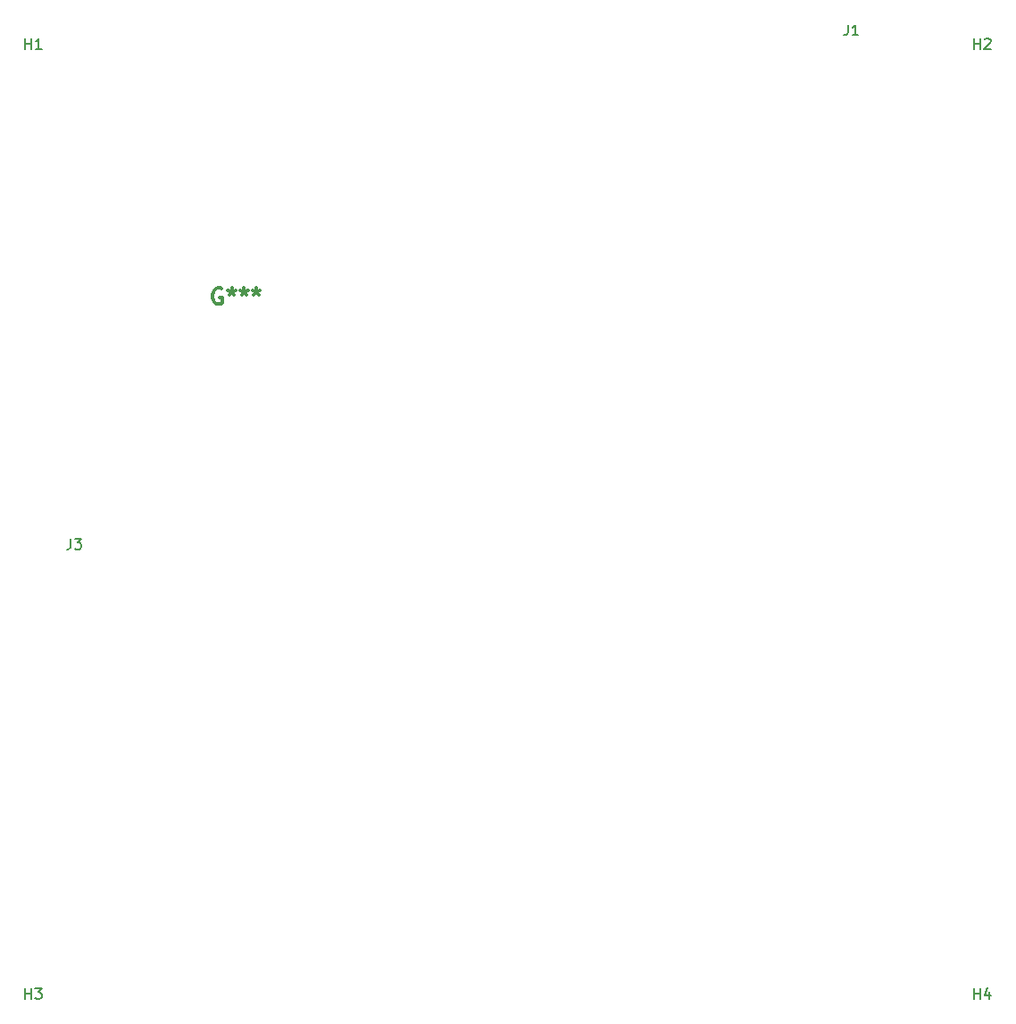
<source format=gbr>
%TF.GenerationSoftware,KiCad,Pcbnew,(6.99.0-961-gbc7742cb2e-dirty)*%
%TF.CreationDate,2022-02-17T15:33:52+00:00*%
%TF.ProjectId,68030_Breakout,36383033-305f-4427-9265-616b6f75742e,rev?*%
%TF.SameCoordinates,Original*%
%TF.FileFunction,OtherDrawing,Comment*%
%FSLAX46Y46*%
G04 Gerber Fmt 4.6, Leading zero omitted, Abs format (unit mm)*
G04 Created by KiCad (PCBNEW (6.99.0-961-gbc7742cb2e-dirty)) date 2022-02-17 15:33:52*
%MOMM*%
%LPD*%
G01*
G04 APERTURE LIST*
%ADD10C,0.300000*%
%ADD11C,0.150000*%
G04 APERTURE END LIST*
D10*
%TO.C,G\u002A\u002A\u002A*%
X122907428Y-73988000D02*
X122762286Y-73915428D01*
X122762286Y-73915428D02*
X122544571Y-73915428D01*
X122544571Y-73915428D02*
X122326857Y-73988000D01*
X122326857Y-73988000D02*
X122181714Y-74133142D01*
X122181714Y-74133142D02*
X122109143Y-74278285D01*
X122109143Y-74278285D02*
X122036571Y-74568571D01*
X122036571Y-74568571D02*
X122036571Y-74786285D01*
X122036571Y-74786285D02*
X122109143Y-75076571D01*
X122109143Y-75076571D02*
X122181714Y-75221714D01*
X122181714Y-75221714D02*
X122326857Y-75366857D01*
X122326857Y-75366857D02*
X122544571Y-75439428D01*
X122544571Y-75439428D02*
X122689714Y-75439428D01*
X122689714Y-75439428D02*
X122907428Y-75366857D01*
X122907428Y-75366857D02*
X122980000Y-75294285D01*
X122980000Y-75294285D02*
X122980000Y-74786285D01*
X122980000Y-74786285D02*
X122689714Y-74786285D01*
X123850857Y-73915428D02*
X123850857Y-74278285D01*
X123488000Y-74133142D02*
X123850857Y-74278285D01*
X123850857Y-74278285D02*
X124213714Y-74133142D01*
X123633143Y-74568571D02*
X123850857Y-74278285D01*
X123850857Y-74278285D02*
X124068571Y-74568571D01*
X125012000Y-73915428D02*
X125012000Y-74278285D01*
X124649143Y-74133142D02*
X125012000Y-74278285D01*
X125012000Y-74278285D02*
X125374857Y-74133142D01*
X124794286Y-74568571D02*
X125012000Y-74278285D01*
X125012000Y-74278285D02*
X125229714Y-74568571D01*
X126173143Y-73915428D02*
X126173143Y-74278285D01*
X125810286Y-74133142D02*
X126173143Y-74278285D01*
X126173143Y-74278285D02*
X126536000Y-74133142D01*
X125955429Y-74568571D02*
X126173143Y-74278285D01*
X126173143Y-74278285D02*
X126390857Y-74568571D01*
D11*
%TO.C,H4*%
X194238095Y-141252380D02*
X194238095Y-140252380D01*
X194238095Y-140728571D02*
X194809523Y-140728571D01*
X194809523Y-141252380D02*
X194809523Y-140252380D01*
X195714285Y-140585714D02*
X195714285Y-141252380D01*
X195476190Y-140204761D02*
X195238095Y-140919047D01*
X195238095Y-140919047D02*
X195857142Y-140919047D01*
%TO.C,H2*%
X194238095Y-51252380D02*
X194238095Y-50252380D01*
X194238095Y-50728571D02*
X194809523Y-50728571D01*
X194809523Y-51252380D02*
X194809523Y-50252380D01*
X195238095Y-50347619D02*
X195285714Y-50300000D01*
X195285714Y-50300000D02*
X195380952Y-50252380D01*
X195380952Y-50252380D02*
X195619047Y-50252380D01*
X195619047Y-50252380D02*
X195714285Y-50300000D01*
X195714285Y-50300000D02*
X195761904Y-50347619D01*
X195761904Y-50347619D02*
X195809523Y-50442857D01*
X195809523Y-50442857D02*
X195809523Y-50538095D01*
X195809523Y-50538095D02*
X195761904Y-50680952D01*
X195761904Y-50680952D02*
X195190476Y-51252380D01*
X195190476Y-51252380D02*
X195809523Y-51252380D01*
%TO.C,J1*%
X182261666Y-48952380D02*
X182261666Y-49666666D01*
X182261666Y-49666666D02*
X182214047Y-49809523D01*
X182214047Y-49809523D02*
X182118809Y-49904761D01*
X182118809Y-49904761D02*
X181975952Y-49952380D01*
X181975952Y-49952380D02*
X181880714Y-49952380D01*
X183261666Y-49952380D02*
X182690238Y-49952380D01*
X182975952Y-49952380D02*
X182975952Y-48952380D01*
X182975952Y-48952380D02*
X182880714Y-49095238D01*
X182880714Y-49095238D02*
X182785476Y-49190476D01*
X182785476Y-49190476D02*
X182690238Y-49238095D01*
%TO.C,J3*%
X108566666Y-97652380D02*
X108566666Y-98366666D01*
X108566666Y-98366666D02*
X108519047Y-98509523D01*
X108519047Y-98509523D02*
X108423809Y-98604761D01*
X108423809Y-98604761D02*
X108280952Y-98652380D01*
X108280952Y-98652380D02*
X108185714Y-98652380D01*
X108947619Y-97652380D02*
X109566666Y-97652380D01*
X109566666Y-97652380D02*
X109233333Y-98033333D01*
X109233333Y-98033333D02*
X109376190Y-98033333D01*
X109376190Y-98033333D02*
X109471428Y-98080952D01*
X109471428Y-98080952D02*
X109519047Y-98128571D01*
X109519047Y-98128571D02*
X109566666Y-98223809D01*
X109566666Y-98223809D02*
X109566666Y-98461904D01*
X109566666Y-98461904D02*
X109519047Y-98557142D01*
X109519047Y-98557142D02*
X109471428Y-98604761D01*
X109471428Y-98604761D02*
X109376190Y-98652380D01*
X109376190Y-98652380D02*
X109090476Y-98652380D01*
X109090476Y-98652380D02*
X108995238Y-98604761D01*
X108995238Y-98604761D02*
X108947619Y-98557142D01*
%TO.C,H3*%
X104238095Y-141252380D02*
X104238095Y-140252380D01*
X104238095Y-140728571D02*
X104809523Y-140728571D01*
X104809523Y-141252380D02*
X104809523Y-140252380D01*
X105190476Y-140252380D02*
X105809523Y-140252380D01*
X105809523Y-140252380D02*
X105476190Y-140633333D01*
X105476190Y-140633333D02*
X105619047Y-140633333D01*
X105619047Y-140633333D02*
X105714285Y-140680952D01*
X105714285Y-140680952D02*
X105761904Y-140728571D01*
X105761904Y-140728571D02*
X105809523Y-140823809D01*
X105809523Y-140823809D02*
X105809523Y-141061904D01*
X105809523Y-141061904D02*
X105761904Y-141157142D01*
X105761904Y-141157142D02*
X105714285Y-141204761D01*
X105714285Y-141204761D02*
X105619047Y-141252380D01*
X105619047Y-141252380D02*
X105333333Y-141252380D01*
X105333333Y-141252380D02*
X105238095Y-141204761D01*
X105238095Y-141204761D02*
X105190476Y-141157142D01*
%TO.C,H1*%
X104238095Y-51252380D02*
X104238095Y-50252380D01*
X104238095Y-50728571D02*
X104809523Y-50728571D01*
X104809523Y-51252380D02*
X104809523Y-50252380D01*
X105809523Y-51252380D02*
X105238095Y-51252380D01*
X105523809Y-51252380D02*
X105523809Y-50252380D01*
X105523809Y-50252380D02*
X105428571Y-50395238D01*
X105428571Y-50395238D02*
X105333333Y-50490476D01*
X105333333Y-50490476D02*
X105238095Y-50538095D01*
%TD*%
M02*

</source>
